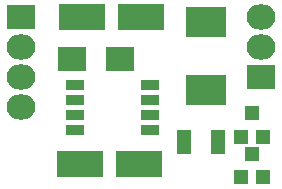
<source format=gbr>
G04 #@! TF.FileFunction,Soldermask,Top*
%FSLAX46Y46*%
G04 Gerber Fmt 4.6, Leading zero omitted, Abs format (unit mm)*
G04 Created by KiCad (PCBNEW 4.0.0-rc2-1-stable) date Thursday, April 14, 2016 'amt' 08:51:10 am*
%MOMM*%
G01*
G04 APERTURE LIST*
%ADD10C,0.100000*%
%ADD11R,3.900120X2.200860*%
%ADD12R,2.400000X2.000000*%
%ADD13R,3.400000X2.600000*%
%ADD14R,1.200100X1.200100*%
%ADD15R,1.543000X0.908000*%
%ADD16R,1.300000X2.100000*%
%ADD17R,2.432000X2.127200*%
%ADD18O,2.432000X2.127200*%
G04 APERTURE END LIST*
D10*
D11*
X136992360Y-114046000D03*
X131993640Y-114046000D03*
D12*
X131350000Y-105156000D03*
X135350000Y-105156000D03*
D13*
X142621000Y-107802000D03*
X142621000Y-102002000D03*
D11*
X137119360Y-101600000D03*
X132120640Y-101600000D03*
D14*
X145608000Y-111744760D03*
X147508000Y-111744760D03*
X146558000Y-109745780D03*
X145608000Y-115173760D03*
X147508000Y-115173760D03*
X146558000Y-113174780D03*
D15*
X137922000Y-107315000D03*
X137922000Y-108585000D03*
X137922000Y-109855000D03*
X137922000Y-111125000D03*
X131572000Y-111125000D03*
X131572000Y-109855000D03*
X131572000Y-108585000D03*
X131572000Y-107315000D03*
D16*
X143690000Y-112141000D03*
X140790000Y-112141000D03*
D17*
X127000000Y-101600000D03*
D18*
X127000000Y-104140000D03*
X127000000Y-106680000D03*
X127000000Y-109220000D03*
D17*
X147320000Y-106680000D03*
D18*
X147320000Y-104140000D03*
X147320000Y-101600000D03*
M02*

</source>
